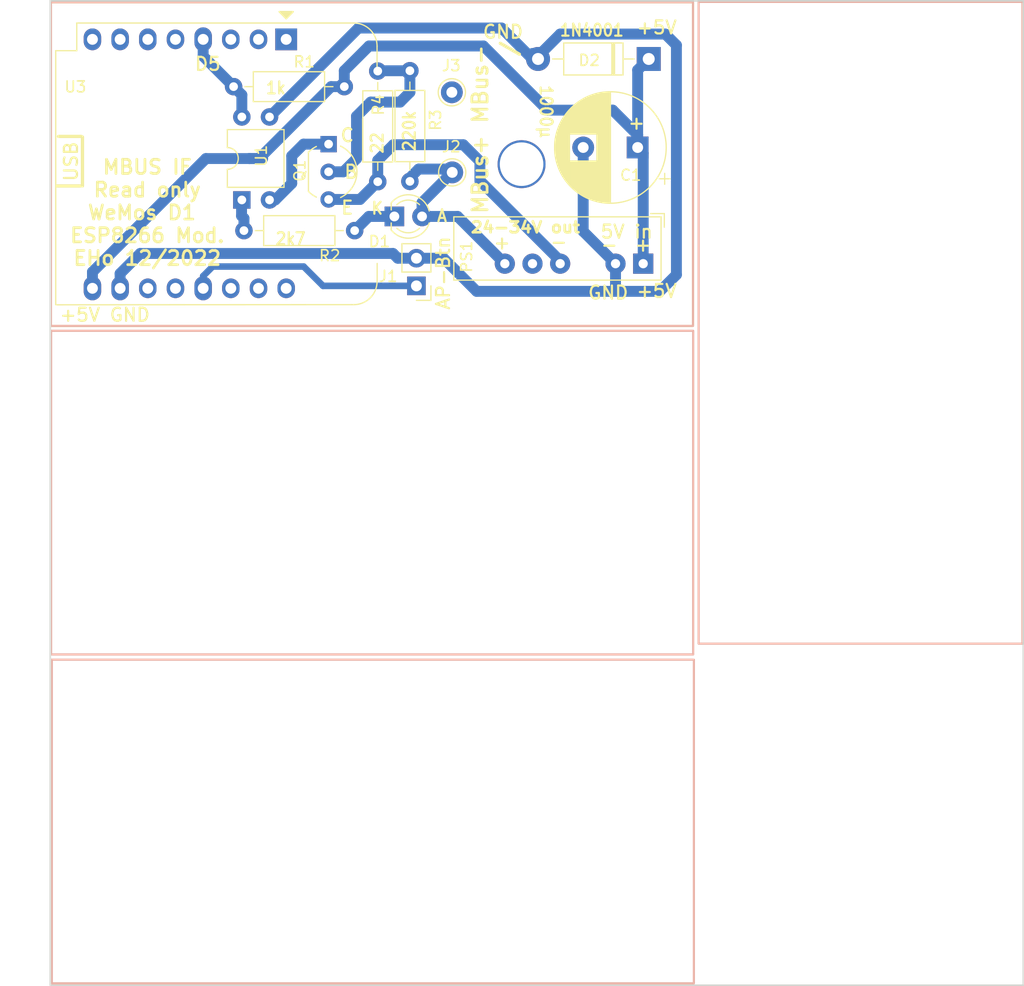
<source format=kicad_pcb>
(kicad_pcb (version 20211014) (generator pcbnew)
  (layers (0 "F.Cu" signal) (31 "B.Cu" signal) (34 "B.Paste" user) (35 "F.Paste" user) (36 "B.SilkS" user "B.Silkscreen") (37 "F.SilkS" user "F.Silkscreen") (38 "B.Mask" user) (39 "F.Mask" user) (44 "Edge.Cuts" user))
  (net 0 "")
  (net 1 "+5V")
  (net 2 "GND1")
  (net 3 "+28V")
  (net 4 "GND2")
  (net 6 "Net-(Q1-Pad1)")
  (net 7 "Net-(J3-Pad1)")
  (net 8 "Net-(R2-Pad2)")
  (net 16 "Net-(J1-Pad1)")
  (net 21 "Net-(D1-Pad1)")
  (net 22 "Net-(R1-Pad2)")
  (footprint "" (layer "F.Cu") (at 186.45 50.3)
    (fp_text reference "" (at 0 0) (layer "F.SilkS") (effects (font (size 1.27 1.27))))
    (fp_text value "" (at 0 0) (layer "F.SilkS") (effects (font (size 1.27 1.27))))
    (pad "1" thru_hole circle (at 0 0) (size 4.4 4.4) (drill 4) (layers *.Cu *.Mask))
  )
  (footprint "Resistor_THT:R_Axial_DIN0207_L6.3mm_D2.5mm_P10.16mm_Horizontal" (layer "F.Cu") (at 176.2 51.88 90)
    (fp_text reference "R3" (at 5.63 2.35 270) (layer "F.SilkS"))
    (fp_text value "220k")
    (fp_line (start 8.35 -1.37) (end 1.81 -1.37) (layer "F.SilkS") (width 0.12))
    (fp_line (start 8.35 1.37) (end 8.35 -1.37) (layer "F.SilkS") (width 0.12))
    (fp_line (start 9.12 0) (end 8.35 0) (layer "F.SilkS") (width 0.12))
    (fp_line (start 1.81 -1.37) (end 1.81 1.37) (layer "F.SilkS") (width 0.12))
    (fp_line (start 1.04 0) (end 1.81 0) (layer "F.SilkS") (width 0.12))
    (fp_line (start 1.81 1.37) (end 8.35 1.37) (layer "F.SilkS") (width 0.12))
    (pad "1" thru_hole circle (at 0 0 90) (size 1.6 1.6) (drill 0.8) (layers *.Cu *.Mask) (net 3 "+28V"))
    (pad "2" thru_hole oval (at 10.16 0 90) (size 1.6 1.6) (drill 0.8) (layers *.Cu *.Mask) (net 7 "Net-(J3-Pad1)"))
  )
  (footprint "Connector_Pin:Pin_D1.0mm_L10.0mm" (layer "F.Cu") (at 180.086 51.054)
    (fp_text reference "J2" (at -0.086 -2.354) (layer "F.SilkS"))
    (fp_text value "Conn_01x01_Male")
    (fp_circle (center 0 0) (end 1.25 0.05) (layer "F.SilkS") (width 0.12) (fill none))
    (pad "1" thru_hole circle (at 0 0) (size 2 2) (drill 1) (layers *.Cu *.Mask) (net 3 "+28V"))
  )
  (footprint "Package_DIP:DIP-4_W7.62mm" (layer "F.Cu") (at 160.777 53.584 90)
    (fp_text reference "U1" (at 4.054 1.783 90) (layer "F.SilkS"))
    (fp_text value "LTV-817")
    (fp_line (start 2.81 -1.33) (end 1.16 -1.33) (layer "F.SilkS") (width 0.12))
    (fp_line (start 6.46 3.87) (end 6.46 -1.33) (layer "F.SilkS") (width 0.12))
    (fp_line (start 1.16 -1.33) (end 1.16 3.87) (layer "F.SilkS") (width 0.12))
    (fp_line (start 6.46 -1.33) (end 4.81 -1.33) (layer "F.SilkS") (width 0.12))
    (fp_line (start 1.16 3.87) (end 6.46 3.87) (layer "F.SilkS") (width 0.12))
    (fp_arc (start 4.81 -1.33) (mid 3.81 -0.33) (end 2.81 -1.33) (layer "F.SilkS") (width 0.12))
    (pad "1" thru_hole rect (at 0 0 90) (size 1.6 1.6) (drill 0.8) (layers *.Cu *.Mask) (net 8 "Net-(R2-Pad2)"))
    (pad "2" thru_hole oval (at 0 2.54 90) (size 1.6 1.6) (drill 0.8) (layers *.Cu *.Mask) (net 6 "Net-(Q1-Pad1)"))
    (pad "3" thru_hole oval (at 7.62 2.54 90) (size 1.6 1.6) (drill 0.8) (layers *.Cu *.Mask) (net 2 "GND1"))
    (pad "4" thru_hole oval (at 7.62 0 90) (size 1.6 1.6) (drill 0.8) (layers *.Cu *.Mask) (net 22 "Net-(R1-Pad2)"))
  )
  (footprint "Connector_Pin:Pin_D1.0mm_L10.0mm" (layer "F.Cu") (at 180.05 43.7)
    (fp_text reference "J3" (at -0.05 -2.45) (layer "F.SilkS"))
    (fp_text value "Conn_01x01_Male")
    (fp_circle (center 0 0) (end 1.25 0.05) (layer "F.SilkS") (width 0.12) (fill none))
    (pad "1" thru_hole circle (at 0 0) (size 2 2) (drill 1) (layers *.Cu *.Mask) (net 7 "Net-(J3-Pad1)"))
  )
  (footprint "Module:WEMOS_D1_mini_light" (layer "F.Cu") (at 164.846 38.839 -90)
    (fp_text reference "U3" (at 4.361 19.346 180) (layer "F.SilkS"))
    (fp_text value "WeMos_D1_mini")
    (fp_line (start 1.04 19.22) (end 1.04 21.15) (layer "F.SilkS") (width 0.12))
    (fp_line (start -1.5 19.22) (end 1.04 19.22) (layer "F.SilkS") (width 0.12))
    (fp_line (start 1.04 21.15) (end 24.36 21.15) (layer "F.SilkS") (width 0.12))
    (fp_line (start 2.98 -8.34) (end 0.63 -8.34) (layer "F.SilkS") (width 0.12))
    (fp_line (start 22.2 -8.35) (end 20.575 -8.35) (layer "F.SilkS") (width 0.12))
    (fp_line (start 24.375 21.125) (end 24.36 -6.21) (layer "F.SilkS") (width 0.12))
    (fp_line (start -1.5 19.22) (end -1.5 -6.21) (layer "F.SilkS") (width 0.12))
    (fp_arc (start 22.23 -8.34) (mid 23.736137 -7.716137) (end 24.36 -6.21) (layer "F.SilkS") (width 0.12))
    (fp_arc (start -1.5 -6.21) (mid -0.876137 -7.716137) (end 0.63 -8.34) (layer "F.SilkS") (width 0.12))
    (fp_poly (pts (xy -2.54 -0.635) (xy -2.54 0.635) (xy -1.905 0)) (layer "F.SilkS") (width 0.15) (fill solid))
    (pad "1" thru_hole rect (at 0 0 270) (size 2 2) (drill 1) (layers *.Cu *.Mask))
    (pad "2" thru_hole oval (at 0 2.54 270) (size 1.8 1.6) (drill 1) (layers *.Cu *.Mask))
    (pad "3" thru_hole oval (at 0 5.08 270) (size 1.8 1.6) (drill 1) (layers *.Cu *.Mask))
    (pad "4" thru_hole oval (at 0 7.62 270) (size 2.2 1.6) (drill 1) (layers *.Cu *.Mask) (net 22 "Net-(R1-Pad2)"))
    (pad "5" thru_hole oval (at 0 10.16 270) (size 1.8 1.6) (drill 1) (layers *.Cu *.Mask))
    (pad "6" thru_hole oval (at 0 12.7 270) (size 2 1.6) (drill 1) (layers *.Cu *.Mask))
    (pad "7" thru_hole oval (at 0 15.24 270) (size 2 1.6) (drill 1) (layers *.Cu *.Mask))
    (pad "8" thru_hole oval (at 0 17.78 270) (size 2 1.6) (drill 1) (layers *.Cu *.Mask))
    (pad "9" thru_hole oval (at 22.86 17.78 270) (size 2.2 1.6) (drill 1) (layers *.Cu *.Mask) (net 1 "+5V"))
    (pad "10" thru_hole oval (at 22.86 15.24 270) (size 2.2 1.6) (drill 1) (layers *.Cu *.Mask) (net 2 "GND1"))
    (pad "11" thru_hole oval (at 22.86 12.7 270) (size 1.8 1.6) (drill 1) (layers *.Cu *.Mask))
    (pad "12" thru_hole oval (at 22.86 10.16 270) (size 1.8 1.6) (drill 1) (layers *.Cu *.Mask))
    (pad "13" thru_hole oval (at 22.86 7.62 270) (size 2.2 1.6) (drill 1) (layers *.Cu *.Mask) (net 16 "Net-(J1-Pad1)"))
    (pad "14" thru_hole oval (at 22.86 5.08 270) (size 1.8 1.6) (drill 1) (layers *.Cu *.Mask))
    (pad "15" thru_hole oval (at 22.86 2.54 270) (size 1.8 1.6) (drill 1) (layers *.Cu *.Mask))
    (pad "16" thru_hole oval (at 22.86 0 270) (size 1.8 1.6) (drill 1) (layers *.Cu *.Mask))
  )
  (footprint "Resistor_THT:R_Axial_DIN0207_L6.3mm_D2.5mm_P10.16mm_Horizontal" (layer "F.Cu") (at 173.25 41.75 -90)
    (fp_text reference "R4" (at 3.1 -0.05 90) (layer "F.SilkS"))
    (fp_text value "22")
    (fp_line (start 1.04 0) (end 1.81 0) (layer "F.SilkS") (width 0.12))
    (fp_line (start 1.81 1.37) (end 8.35 1.37) (layer "F.SilkS") (width 0.12))
    (fp_line (start 1.81 -1.37) (end 1.81 1.37) (layer "F.SilkS") (width 0.12))
    (fp_line (start 9.12 0) (end 8.35 0) (layer "F.SilkS") (width 0.12))
    (fp_line (start 8.35 -1.37) (end 1.81 -1.37) (layer "F.SilkS") (width 0.12))
    (fp_line (start 8.35 1.37) (end 8.35 -1.37) (layer "F.SilkS") (width 0.12))
    (pad "1" thru_hole circle (at 0 0 270) (size 1.6 1.6) (drill 0.8) (layers *.Cu *.Mask) (net 7 "Net-(J3-Pad1)"))
    (pad "2" thru_hole oval (at 10.16 0 270) (size 1.6 1.6) (drill 0.8) (layers *.Cu *.Mask) (net 4 "GND2"))
  )
  (footprint "Converter_DCDC:Converter_DCDC_XP_POWER-IAxxxxS_THT" (layer "F.Cu") (at 197.612 59.436 -90)
    (fp_text reference "PS1" (at -0.636 16.212 -90) (layer "F.SilkS"))
    (fp_text value "IA0515D")
    (fp_line (start 1.51 -1.64) (end -4.3 -1.64) (layer "F.SilkS") (width 0.12))
    (fp_line (start 1.51 17.38) (end 1.51 -1.64) (layer "F.SilkS") (width 0.12))
    (fp_line (start -4.3 17.38) (end 1.51 17.38) (layer "F.SilkS") (width 0.12))
    (fp_line (start -3.35 -1.94) (end -4.6 -1.94) (layer "F.SilkS") (width 0.12))
    (fp_line (start -4.6 -1.94) (end -4.6 -0.69) (layer "F.SilkS") (width 0.12))
    (fp_line (start -4.3 -1.64) (end -4.3 17.38) (layer "F.SilkS") (width 0.12))
    (pad "1" thru_hole rect (at 0 0 270) (size 1.85 1.85) (drill 0.85) (layers *.Cu *.Mask) (net 1 "+5V"))
    (pad "2" thru_hole circle (at 0 2.54 270) (size 1.85 1.85) (drill 0.85) (layers *.Cu *.Mask) (net 2 "GND1"))
    (pad "4" thru_hole circle (at 0 7.62 270) (size 1.85 1.85) (drill 0.85) (layers *.Cu *.Mask) (net 4 "GND2"))
    (pad "5" thru_hole circle (at 0 10.16 270) (size 1.85 1.85) (drill 0.85) (layers *.Cu *.Mask))
    (pad "6" thru_hole circle (at 0 12.7 270) (size 1.85 1.85) (drill 0.85) (layers *.Cu *.Mask) (net 3 "+28V"))
  )
  (footprint "LED_THT:LED_D3.0mm" (layer "F.Cu") (at 174.775 55.1)
    (fp_text reference "D1" (at -1.375 2.3) (layer "F.SilkS"))
    (fp_text value "LED")
    (fp_line (start -0.29 0.6) (end -0.29 1.236) (layer "F.SilkS") (width 0.12))
    (fp_line (start -0.29 -1.236) (end -0.29 -0.6) (layer "F.SilkS") (width 0.12))
    (fp_arc (start 3.2 0.6) (mid 1.645706 1.96504) (end -0.29 1.235516) (layer "F.SilkS") (width 0.12))
    (fp_arc (start 2.31113 1.079837) (mid 1.270117 1.5) (end 0.229039 1.08) (layer "F.SilkS") (width 0.12))
    (fp_arc (start -0.29 -1.235516) (mid 1.682672 -1.948052) (end 3.2 -0.5) (layer "F.SilkS") (width 0.12))
    (fp_arc (start 0.229039 -1.08) (mid 1.270117 -1.5) (end 2.31113 -1.079837) (layer "F.SilkS") (width 0.12))
    (pad "1" thru_hole rect (at 0 0) (size 1.8 1.8) (drill 0.9) (layers *.Cu *.Mask) (net 21 "Net-(D1-Pad1)"))
    (pad "2" thru_hole circle (at 2.54 0) (size 1.8 1.8) (drill 0.9) (layers *.Cu *.Mask) (net 3 "+28V"))
  )
  (footprint "Resistor_THT:R_Axial_DIN0207_L6.3mm_D2.5mm_P10.16mm_Horizontal" (layer "F.Cu") (at 170.18 43.18 180)
    (fp_text reference "R1" (at 3.68 2.28) (layer "F.SilkS"))
    (fp_text value "1k")
    (fp_line (start 8.35 -1.37) (end 1.81 -1.37) (layer "F.SilkS") (width 0.12))
    (fp_line (start 1.04 0) (end 1.81 0) (layer "F.SilkS") (width 0.12))
    (fp_line (start 1.81 1.37) (end 8.35 1.37) (layer "F.SilkS") (width 0.12))
    (fp_line (start 8.35 1.37) (end 8.35 -1.37) (layer "F.SilkS") (width 0.12))
    (fp_line (start 9.12 0) (end 8.35 0) (layer "F.SilkS") (width 0.12))
    (fp_line (start 1.81 -1.37) (end 1.81 1.37) (layer "F.SilkS") (width 0.12))
    (pad "1" thru_hole circle (at 0 0 180) (size 1.6 1.6) (drill 0.8) (layers *.Cu *.Mask) (net 1 "+5V"))
    (pad "2" thru_hole oval (at 10.16 0 180) (size 1.6 1.6) (drill 0.8) (layers *.Cu *.Mask) (net 22 "Net-(R1-Pad2)"))
  )
  (footprint "Resistor_THT:R_Axial_DIN0207_L6.3mm_D2.5mm_P10.16mm_Horizontal" (layer "F.Cu") (at 171.13 56.4 180)
    (fp_text reference "R2" (at 2.288 -2.296) (layer "F.SilkS"))
    (fp_text value "2k7")
    (fp_line (start 1.81 1.37) (end 8.35 1.37) (layer "F.SilkS") (width 0.12))
    (fp_line (start 8.35 1.37) (end 8.35 -1.37) (layer "F.SilkS") (width 0.12))
    (fp_line (start 9.12 0) (end 8.35 0) (layer "F.SilkS") (width 0.12))
    (fp_line (start 1.04 0) (end 1.81 0) (layer "F.SilkS") (width 0.12))
    (fp_line (start 8.35 -1.37) (end 1.81 -1.37) (layer "F.SilkS") (width 0.12))
    (fp_line (start 1.81 -1.37) (end 1.81 1.37) (layer "F.SilkS") (width 0.12))
    (pad "1" thru_hole circle (at 0 0 180) (size 1.6 1.6) (drill 0.8) (layers *.Cu *.Mask) (net 21 "Net-(D1-Pad1)"))
    (pad "2" thru_hole oval (at 10.16 0 180) (size 1.6 1.6) (drill 0.8) (layers *.Cu *.Mask) (net 8 "Net-(R2-Pad2)"))
  )
  (footprint "Capacitor_THT:CP_Radial_D10.0mm_P5.00mm" (layer "F.Cu") (at 197.104 48.768 180)
    (fp_text reference "C1" (at 0.635 -2.54) (layer "F.SilkS"))
    (fp_text value "1000µ")
    (fp_line (start 6.621 -3) (end 6.621 3) (layer "F.SilkS") (width 0.12))
    (fp_line (start 3.18 -5.035) (end 3.18 5.035) (layer "F.SilkS") (width 0.12))
    (fp_line (start 5.461 -4.138) (end 5.461 -1.241) (layer "F.SilkS") (width 0.12))
    (fp_line (start 3.581 -4.965) (end 3.581 4.965) (layer "F.SilkS") (width 0.12))
    (fp_line (start 3.821 -4.907) (end 3.821 -1.241) (layer "F.SilkS") (width 0.12))
    (fp_line (start 4.221 -4.783) (end 4.221 -1.241) (layer "F.SilkS") (width 0.12))
    (fp_line (start 5.981 1.241) (end 5.981 3.716) (layer "F.SilkS") (width 0.12))
    (fp_line (start 4.181 -4.797) (end 4.181 -1.241) (layer "F.SilkS") (width 0.12))
    (fp_line (start 5.261 1.241) (end 5.261 4.273) (layer "F.SilkS") (width 0.12))
    (fp_line (start 4.661 1.241) (end 4.661 4.603) (layer "F.SilkS") (width 0.12))
    (fp_line (start 4.941 -4.462) (end 4.941 -1.241) (layer "F.SilkS") (width 0.12))
    (fp_line (start 6.301 -3.392) (end 6.301 3.392) (layer "F.SilkS") (width 0.12))
    (fp_line (start 4.221 1.241) (end 4.221 4.783) (layer "F.SilkS") (width 0.12))
    (fp_line (start 4.541 1.241) (end 4.541 4.657) (layer "F.SilkS") (width 0.12))
    (fp_line (start 7.461 -1.23) (end 7.461 1.23) (layer "F.SilkS") (width 0.12))
    (fp_line (start 4.541 -4.657) (end 4.541 -1.241) (layer "F.SilkS") (width 0.12))
    (fp_line (start 3.06 -5.05) (end 3.06 5.05) (layer "F.SilkS") (width 0.12))
    (fp_line (start 7.021 -2.365) (end 7.021 2.365) (layer "F.SilkS") (width 0.12))
    (fp_line (start 5.141 1.241) (end 5.141 4.347) (layer "F.SilkS") (width 0.12))
    (fp_line (start 3.941 -4.874) (end 3.941 -1.241) (layer "F.SilkS") (width 0.12))
    (fp_line (start 2.9 -5.065) (end 2.9 5.065) (layer "F.SilkS") (width 0.12))
    (fp_line (start 2.66 -5.078) (end 2.66 5.078) (layer "F.SilkS") (width 0.12))
    (fp_line (start 5.181 -4.323) (end 5.181 -1.241) (layer "F.SilkS") (width 0.12))
    (fp_line (start 5.221 1.241) (end 5.221 4.298) (layer "F.SilkS") (width 0.12))
    (fp_line (start 3.381 -5.004) (end 3.381 5.004) (layer "F.SilkS") (width 0.12))
    (fp_line (start 4.261 1.241) (end 4.261 4.768) (layer "F.SilkS") (width 0.12))
    (fp_line (start 6.101 1.241) (end 6.101 3.601) (layer "F.SilkS") (width 0.12))
    (fp_line (start 4.621 -4.621) (end 4.621 -1.241) (layer "F.SilkS") (width 0.12))
    (fp_line (start 6.101 -3.601) (end 6.101 -1.241) (layer "F.SilkS") (width 0.12))
    (fp_line (start 3.261 -5.024) (end 3.261 5.024) (layer "F.SilkS") (width 0.12))
    (fp_line (start 5.341 1.241) (end 5.341 4.221) (layer "F.SilkS") (width 0.12))
    (fp_line (start 5.501 -4.11) (end 5.501 -1.241) (layer "F.SilkS") (width 0.12))
    (fp_line (start 4.901 -4.483) (end 4.901 -1.241) (layer "F.SilkS") (width 0.12))
    (fp_line (start 6.701 -2.889) (end 6.701 2.889) (layer "F.SilkS") (width 0.12))
    (fp_line (start 6.741 -2.83) (end 6.741 2.83) (layer "F.SilkS") (width 0.12))
    (fp_line (start 6.421 -3.254) (end 6.421 3.254) (layer "F.SilkS") (width 0.12))
    (fp_line (start 2.94 -5.062) (end 2.94 5.062) (layer "F.SilkS") (width 0.12))
    (fp_line (start -2.479646 -3.375) (end -2.479646 -2.375) (layer "F.SilkS") (width 0.12))
    (fp_line (start 5.501 1.241) (end 5.501 4.11) (layer "F.SilkS") (width 0.12))
    (fp_line (start 3.981 1.241) (end 3.981 4.862) (layer "F.SilkS") (width 0.12))
    (fp_line (start 5.981 -3.716) (end 5.981 -1.241) (layer "F.SilkS") (width 0.12))
    (fp_line (start 2.5 -5.08) (end 2.5 5.08) (layer "F.SilkS") (width 0.12))
    (fp_line (start 5.381 1.241) (end 5.381 4.194) (layer "F.SilkS") (width 0.12))
    (fp_line (start 5.021 -4.417) (end 5.021 -1.241) (layer "F.SilkS") (width 0.12))
    (fp_line (start 5.701 -3.957) (end 5.701 -1.241) (layer "F.SilkS") (width 0.12))
    (fp_line (start 4.901 1.241) (end 4.901 4.483) (layer "F.SilkS") (width 0.12))
    (fp_line (start 4.661 -4.603) (end 4.661 -1.241) (layer "F.SilkS") (width 0.12))
    (fp_line (start -2.979646 -2.875) (end -1.979646 -2.875) (layer "F.SilkS") (width 0.12))
    (fp_line (start 4.301 1.241) (end 4.301 4.754) (layer "F.SilkS") (width 0.12))
    (fp_line (start 5.941 -3.753) (end 5.941 -1.241) (layer "F.SilkS") (width 0.12))
    (fp_line (start 4.021 -4.85) (end 4.021 -1.241) (layer "F.SilkS") (width 0.12))
    (fp_line (start 7.101 -2.209) (end 7.101 2.209) (layer "F.SilkS") (width 0.12))
    (fp_line (start 7.301 -1.742) (end 7.301 1.742) (layer "F.SilkS") (width 0.12))
    (fp_line (start 5.661 1.241) (end 5.661 3.989) (layer "F.SilkS") (width 0.12))
    (fp_line (start 5.701 1.241) (end 5.701 3.957) (layer "F.SilkS") (width 0.12))
    (fp_line (start 5.101 -4.371) (end 5.101 -1.241) (layer "F.SilkS") (width 0.12))
    (fp_line (start 4.741 1.241) (end 4.741 4.564) (layer "F.SilkS") (width 0.12))
    (fp_line (start 4.501 1.241) (end 4.501 4.674) (layer "F.SilkS") (width 0.12))
    (fp_line (start 7.541 -0.862) (end 7.541 0.862) (layer "F.SilkS") (width 0.12))
    (fp_line (start 5.621 1.241) (end 5.621 4.02) (layer "F.SilkS") (width 0.12))
    (fp_line (start 3.301 -5.018) (end 3.301 5.018) (layer "F.SilkS") (width 0.12))
    (fp_line (start 4.781 -4.545) (end 4.781 -1.241) (layer "F.SilkS") (width 0.12))
    (fp_line (start 7.501 -1.062) (end 7.501 1.062) (layer "F.SilkS") (width 0.12))
    (fp_line (start 5.821 -3.858) (end 5.821 -1.241) (layer "F.SilkS") (width 0.12))
    (fp_line (start 5.461 1.241) (end 5.461 4.138) (layer "F.SilkS") (width 0.12))
    (fp_line (start 4.381 -4.723) (end 4.381 -1.241) (layer "F.SilkS") (width 0.12))
    (fp_line (start 4.461 1.241) (end 4.461 4.69) (layer "F.SilkS") (width 0.12))
    (fp_line (start 4.581 1.241) (end 4.581 4.639) (layer "F.SilkS") (width 0.12))
    (fp_line (start 2.7 -5.077) (end 2.7 5.077) (layer "F.SilkS") (width 0.12))
    (fp_line (start 4.941 1.241) (end 4.941 4.462) (layer "F.SilkS") (width 0.12))
    (fp_line (start 4.421 -4.707) (end 4.421 -1.241) (layer "F.SilkS") (width 0.12))
    (fp_line (start 7.141 -2.125) (end 7.141 2.125) (layer "F.SilkS") (width 0.12))
    (fp_line (start 5.301 -4.247) (end 5.301 -1.241) (layer "F.SilkS") (width 0.12))
    (fp_line (start 3.901 -4.885) (end 3.901 -1.241) (layer "F.SilkS") (width 0.12))
    (fp_line (start 3.741 -4.928) (end 3.741 4.928) (layer "F.SilkS") (width 0.12))
    (fp_line (start 5.781 1.241) (end 5.781 3.892) (layer "F.SilkS") (width 0.12))
    (fp_line (start 3.861 -4.897) (end 3.861 -1.241) (layer "F.SilkS") (width 0.12))
    (fp_line (start 6.581 -3.054) (end 6.581 3.054) (layer "F.SilkS") (width 0.12))
    (fp_line (start 5.661 -3.989) (end 5.661 -1.241) (layer "F.SilkS") (width 0.12))
    (fp_line (start 4.581 -4.639) (end 4.581 -1.241) (layer "F.SilkS") (width 0.12))
    (fp_line (start 4.981 -4.44) (end 4.981 -1.241) (layer "F.SilkS") (width 0.12))
    (fp_line (start 3.341 -5.011) (end 3.341 5.011) (layer "F.SilkS") (width 0.12))
    (fp_line (start 4.061 1.241) (end 4.061 4.837) (layer "F.SilkS") (width 0.12))
    (fp_line (start 2.82 -5.07) (end 2.82 5.07) (layer "F.SilkS") (width 0.12))
    (fp_line (start 4.461 -4.69) (end 4.461 -1.241) (layer "F.SilkS") (width 0.12))
    (fp_line (start 4.781 1.241) (end 4.781 4.545) (layer "F.SilkS") (width 0.12))
    (fp_line (start 5.021 1.241) (end 5.021 4.417) (layer "F.SilkS") (width 0.12))
    (fp_line (start 6.901 -2.579) (end 6.901 2.579) (layer "F.SilkS") (width 0.12))
    (fp_line (start 5.341 -4.221) (end 5.341 -1.241) (layer "F.SilkS") (width 0.12))
    (fp_line (start 6.341 -3.347) (end 6.341 3.347) (layer "F.SilkS") (width 0.12))
    (fp_line (start 3.861 1.241) (end 3.861 4.897) (layer "F.SilkS") (width 0.12))
    (fp_line (start 3.781 1.241) (end 3.781 4.918) (layer "F.SilkS") (width 0.12))
    (fp_line (start 5.581 -4.05) (end 5.581 -1.241) (layer "F.SilkS") (width 0.12))
    (fp_line (start 3.621 -4.956) (end 3.621 4.956) (layer "F.SilkS") (width 0.12))
    (fp_line (start 4.621 1.241) (end 4.621 4.621) (layer "F.SilkS") (width 0.12))
    (fp_line (start 4.421 1.241) (end 4.421 4.707) (layer "F.SilkS") (width 0.12))
    (fp_line (start 3.781 -4.918) (end 3.781 -1.241) (layer "F.SilkS") (width 0.12))
    (fp_line (start 4.021 1.241) (end 4.021 4.85) (layer "F.SilkS") (width 0.12))
    (fp_line (start 6.181 -3.52) (end 6.181 -1.241) (layer "F.SilkS") (width 0.12))
    (fp_line (start 4.261 -4.768) (end 4.261 -1.241) (layer "F.SilkS") (width 0.12))
    (fp_line (start 5.781 -3.892) (end 5.781 -1.241) (layer "F.SilkS") (width 0.12))
    (fp_line (start 7.421 -1.378) (end 7.421 1.378) (layer "F.SilkS") (width 0.12))
    (fp_line (start 3.221 -5.03) (end 3.221 5.03) (layer "F.SilkS") (width 0.12))
    (fp_line (start 7.261 -1.846) (end 7.261 1.846) (layer "F.SilkS") (width 0.12))
    (fp_line (start 4.501 -4.674) (end 4.501 -1.241) (layer "F.SilkS") (width 0.12))
    (fp_line (start 4.381 1.241) (end 4.381 4.723) (layer "F.SilkS") (width 0.12))
    (fp_line (start 3.821 1.241) (end 3.821 4.907) (layer "F.SilkS") (width 0.12))
    (fp_line (start 5.861 -3.824) (end 5.861 -1.241) (layer "F.SilkS") (width 0.12))
    (fp_line (start 6.061 -3.64) (end 6.061 -1.241) (layer "F.SilkS") (width 0.12))
    (fp_line (start 4.101 1.241) (end 4.101 4.824) (layer "F.SilkS") (width 0.12))
    (fp_line (start 2.78 -5.073) (end 2.78 5.073) (layer "F.SilkS") (width 0.12))
    (fp_line (start 6.021 -3.679) (end 6.021 -1.241) (layer "F.SilkS") (width 0.12))
    (fp_line (start 6.221 -3.478) (end 6.221 -1.241) (layer "F.SilkS") (width 0.12))
    (fp_line (start 2.58 -5.08) (end 2.58 5.08) (layer "F.SilkS") (width 0.12))
    (fp_line (start 5.221 -4.298) (end 5.221 -1.241) (layer "F.SilkS") (width 0.12))
    (fp_line (start 5.421 1.241) (end 5.421 4.166) (layer "F.SilkS") (width 0.12))
    (fp_line (start 4.341 1.241) (end 4.341 4.738) (layer "F.SilkS") (width 0.12))
    (fp_line (start 6.141 1.241) (end 6.141 3.561) (layer "F.SilkS") (width 0.12))
    (fp_line (start 3.501 -4.982) (end 3.501 4.982) (layer "F.SilkS") (width 0.12))
    (fp_line (start 3.541 -4.974) (end 3.541 4.974) (layer "F.SilkS") (width 0.12))
    (fp_line (start 4.861 -4.504) (end 4.861 -1.241) (layer "F.SilkS") (width 0.12))
    (fp_line (start 6.501 -3.156) (end 6.501 3.156) (layer "F.SilkS") (width 0.12))
    (fp_line (start 6.861 -2.645) (end 6.861 2.645) (layer "F.SilkS") (width 0.12))
    (fp_line (start 2.98 -5.058) (end 2.98 5.058) (layer "F.SilkS") (width 0.12))
    (fp_line (start 5.261 -4.273) (end 5.261 -1.241) (layer "F.SilkS") (width 0.12))
    (fp_line (start 4.061 -4.837) (end 4.061 -1.241) (layer "F.SilkS") (width 0.12))
    (fp_line (start 3.901 1.241) (end 3.901 4.885) (layer "F.SilkS") (width 0.12))
    (fp_line (start 3.981 -4.862) (end 3.981 -1.241) (layer "F.SilkS") (width 0.12))
    (fp_line (start 4.981 1.241) (end 4.981 4.44) (layer "F.SilkS") (width 0.12))
    (fp_line (start 5.821 1.241) (end 5.821 3.858) (layer "F.SilkS") (width 0.12))
    (fp_line (start 3.14 -5.04) (end 3.14 5.04) (layer "F.SilkS") (width 0.12))
    (fp_line (start 5.901 1.241) (end 5.901 3.789) (layer "F.SilkS") (width 0.12))
    (fp_line (start 2.74 -5.075) (end 2.74 5.075) (layer "F.SilkS") (width 0.12))
    (fp_line (start 5.181 1.241) (end 5.181 4.323) (layer "F.SilkS") (width 0.12))
    (fp_line (start 4.861 1.241) (end 4.861 4.504) (layer "F.SilkS") (width 0.12))
    (fp_line (start 5.301 1.241) (end 5.301 4.247) (layer "F.SilkS") (width 0.12))
    (fp_line (start 4.701 -4.584) (end 4.701 -1.241) (layer "F.SilkS") (width 0.12))
    (fp_line (start 6.261 -3.436) (end 6.261 3.436) (layer "F.SilkS") (width 0.12))
    (fp_line (start 4.821 -4.525) (end 4.821 -1.241) (layer "F.SilkS") (width 0.12))
    (fp_line (start 5.901 -3.789) (end 5.901 -1.241) (layer "F.SilkS") (width 0.12))
    (fp_line (start 7.221 -1.944) (end 7.221 1.944) (layer "F.SilkS") (width 0.12))
    (fp_line (start 5.741 1.241) (end 5.741 3.925) (layer "F.SilkS") (width 0.12))
    (fp_line (start 5.941 1.241) (end 5.941 3.753) (layer "F.SilkS") (width 0.12))
    (fp_line (start 2.54 -5.08) (end 2.54 5.08) (layer "F.SilkS") (width 0.12))
    (fp_line (start 5.101 1.241) (end 5.101 4.371) (layer "F.SilkS") (width 0.12))
    (fp_line (start 6.461 -3.206) (end 6.461 3.206) (layer "F.SilkS") (width 0.12))
    (fp_line (start 6.141 -3.561) (end 6.141 -1.241) (layer "F.SilkS") (width 0.12))
    (fp_line (start 4.141 1.241) (end 4.141 4.811) (layer "F.SilkS") (width 0.12))
    (fp_line (start 7.341 -1.63) (end 7.341 1.63) (layer "F.SilkS") (width 0.12))
    (fp_line (start 5.421 -4.166) (end 5.421 -1.241) (layer "F.SilkS") (width 0.12))
    (fp_line (start 6.821 -2.709) (end 6.821 2.709) (layer "F.SilkS") (width 0.12))
    (fp_line (start 5.061 1.241) (end 5.061 4.395) (layer "F.SilkS") (width 0.12))
    (fp_line (start 7.381 -1.51) (end 7.381 1.51) (layer "F.SilkS") (width 0.12))
    (fp_line (start 3.701 -4.938) (end 3.701 4.938) (layer "F.SilkS") (width 0.12))
    (fp_line (start 6.981 -2.439) (end 6.981 2.439) (layer "F.SilkS") (width 0.12))
    (fp_line (start 5.381 -4.194) (end 5.381 -1.241) (layer "F.SilkS") (width 0.12))
    (fp_line (start 5.061 -4.395) (end 5.061 -1.241) (layer "F.SilkS") (width 0.12))
    (fp_line (start 7.581 -0.599) (end 7.581 0.599) (layer "F.SilkS") (width 0.12))
    (fp_line (start 4.821 1.241) (end 4.821 4.525) (layer "F.SilkS") (width 0.12))
    (fp_line (start 7.061 -2.289) (end 7.061 2.289) (layer "F.SilkS") (width 0.12))
    (fp_line (start 2.86 -5.068) (end 2.86 5.068) (layer "F.SilkS") (width 0.12))
    (fp_line (start 3.02 -5.054) (end 3.02 5.054) (layer "F.SilkS") (width 0.12))
    (fp_line (start 2.62 -5.079) (end 2.62 5.079) (layer "F.SilkS") (width 0.12))
    (fp_line (start 5.541 -4.08) (end 5.541 -1.241) (layer "F.SilkS") (width 0.12))
    (fp_line (start 4.341 -4.738) (end 4.341 -1.241) (layer "F.SilkS") (width 0.12))
    (fp_line (start 4.141 -4.811) (end 4.141 -1.241) (layer "F.SilkS") (width 0.12))
    (fp_line (start 4.101 -4.824) (end 4.101 -1.241) (layer "F.SilkS") (width 0.12))
    (fp_line (start 4.181 1.241) (end 4.181 4.797) (layer "F.SilkS") (width 0.12))
    (fp_line (start 6.541 -3.106) (end 6.541 3.106) (layer "F.SilkS") (width 0.12))
    (fp_line (start 6.021 1.241) (end 6.021 3.679) (layer "F.SilkS") (width 0.12))
    (fp_line (start 4.301 -4.754) (end 4.301 -1.241) (layer "F.SilkS") (width 0.12))
    (fp_line (start 5.861 1.241) (end 5.861 3.824) (layer "F.SilkS") (width 0.12))
    (fp_line (start 6.941 -2.51) (end 6.941 2.51) (layer "F.SilkS") (width 0.12))
    (fp_line (start 5.741 -3.925) (end 5.741 -1.241) (layer "F.SilkS") (width 0.12))
    (fp_line (start 7.181 -2.037) (end 7.181 2.037) (layer "F.SilkS") (width 0.12))
    (fp_line (start 6.661 -2.945) (end 6.661 2.945) (layer "F.SilkS") (width 0.12))
    (fp_line (start 4.701 1.241) (end 4.701 4.584) (layer "F.SilkS") (width 0.12))
    (fp_line (start 6.221 1.241) (end 6.221 3.478) (layer "F.SilkS") (width 0.12))
    (fp_line (start 6.381 -3.301) (end 6.381 3.301) (layer "F.SilkS") (width 0.12))
    (fp_line (start 5.541 1.241) (end 5.541 4.08) (layer "F.SilkS") (width 0.12))
    (fp_line (start 5.581 1.241) (end 5.581 4.05) (layer "F.SilkS") (width 0.12))
    (fp_line (start 6.781 -2.77) (end 6.781 2.77) (layer "F.SilkS") (width 0.12))
    (fp_line (start 3.461 -4.99) (end 3.461 4.99) (layer "F.SilkS") (width 0.12))
    (fp_line (start 4.741 -4.564) (end 4.741 -1.241) (layer "F.SilkS") (width 0.12))
    (fp_line (start 3.661 -4.947) (end 3.661 4.947) (layer "F.SilkS") (width 0.12))
    (fp_line (start 3.1 -5.045) (end 3.1 5.045) (layer "F.SilkS") (width 0.12))
    (fp_line (start 3.421 -4.997) (end 3.421 4.997) (layer "F.SilkS") (width 0.12))
    (fp_line (start 5.621 -4.02) (end 5.621 -1.241) (layer "F.SilkS") (width 0.12))
    (fp_line (start 5.141 -4.347) (end 5.141 -1.241) (layer "F.SilkS") (width 0.12))
    (fp_line (start 3.941 1.241) (end 3.941 4.874) (layer "F.SilkS") (width 0.12))
    (fp_line (start 6.061 1.241) (end 6.061 3.64) (layer "F.SilkS") (width 0.12))
    (fp_line (start 6.181 1.241) (end 6.181 3.52) (layer "F.SilkS") (width 0.12))
    (fp_circle (center 2.5 0) (end 7.62 0) (layer "F.SilkS") (width 0.12) (fill none))
    (pad "1" thru_hole rect (at 0 0 180) (size 2 2) (drill 1) (layers *.Cu *.Mask) (net 1 "+5V"))
    (pad "2" thru_hole circle (at 5 0 180) (size 2 2) (drill 1) (layers *.Cu *.Mask) (net 2 "GND1"))
  )
  (footprint "Package_TO_SOT_THT:TO-92_Inline_Wide" (layer "F.Cu") (at 168.74 48.46 -90)
    (fp_text reference "Q1" (at 2.44 2.64 90) (layer "F.SilkS"))
    (fp_text value "BC337")
    (fp_line (start 0.74 1.85) (end 4.34 1.85) (layer "F.SilkS") (width 0.12))
    (fp_arc (start 0.74 1.85) (mid 0.446097 1.509328) (end 0.215816 1.122795) (layer "F.SilkS") (width 0.12))
    (fp_arc (start 4.864184 1.122795) (mid 4.633903 1.509328) (end 4.34 1.85) (layer "F.SilkS") (width 0.12))
    (fp_arc (start 0.1836 -1.098807) (mid 1.143021 -2.192817) (end 2.54 -2.6) (layer "F.SilkS") (width 0.12))
    (fp_arc (start 2.54 -2.6) (mid 3.936979 -2.192818) (end 4.8964 -1.098807) (layer "F.SilkS") (width 0.12))
    (pad "1" thru_hole rect (at 0 0 270) (size 1.5 1.5) (drill 0.8) (layers *.Cu *.Mask) (net 6 "Net-(Q1-Pad1)"))
    (pad "2" thru_hole circle (at 2.54 0 270) (size 1.5 1.5) (drill 0.8) (layers *.Cu *.Mask) (net 7 "Net-(J3-Pad1)"))
    (pad "3" thru_hole circle (at 5.08 0 270) (size 1.5 1.5) (drill 0.8) (layers *.Cu *.Mask) (net 4 "GND2"))
  )
  (footprint "Diode_THT:D_DO-41_SOD81_P10.16mm_Horizontal" (layer "F.Cu") (at 198.12 40.64 180)
    (fp_text reference "D2" (at 5.461 -0.127) (layer "F.SilkS"))
    (fp_text value "1N4001")
    (fp_line (start 3.38 -1.47) (end 3.38 1.47) (layer "F.SilkS") (width 0.12))
    (fp_line (start 2.36 1.47) (end 7.8 1.47) (layer "F.SilkS") (width 0.12))
    (fp_line (start 2.36 -1.47) (end 2.36 1.47) (layer "F.SilkS") (width 0.12))
    (fp_line (start 7.8 -1.47) (end 2.36 -1.47) (layer "F.SilkS") (width 0.12))
    (fp_line (start 3.26 -1.47) (end 3.26 1.47) (layer "F.SilkS") (width 0.12))
    (fp_line (start 7.8 1.47) (end 7.8 -1.47) (layer "F.SilkS") (width 0.12))
    (fp_line (start 3.14 -1.47) (end 3.14 1.47) (layer "F.SilkS") (width 0.12))
    (fp_line (start 8.82 0) (end 7.8 0) (layer "F.SilkS") (width 0.12))
    (fp_line (start 1.34 0) (end 2.36 0) (layer "F.SilkS") (width 0.12))
    (pad "1" thru_hole rect (at 0 0 180) (size 2.2 2.2) (drill 1.1) (layers *.Cu *.Mask) (net 1 "+5V"))
    (pad "2" thru_hole oval (at 10.16 0 180) (size 2.2 2.2) (drill 1.1) (layers *.Cu *.Mask) (net 2 "GND1"))
  )
  (footprint "Connector_PinHeader_2.54mm:PinHeader_1x02_P2.54mm_Vertical" (layer "F.Cu") (at 176.8 61.475 180)
    (fp_text reference "J1" (at 2.6 0.875) (layer "F.SilkS"))
    (fp_text value "AP-Mode")
    (fp_line (start -1.33 3.87) (end 1.33 3.87) (layer "F.SilkS") (width 0.12))
    (fp_line (start -1.33 1.27) (end -1.33 3.87) (layer "F.SilkS") (width 0.12))
    (fp_line (start -1.33 -1.33) (end 0 -1.33) (layer "F.SilkS") (width 0.12))
    (fp_line (start -1.33 0) (end -1.33 -1.33) (layer "F.SilkS") (width 0.12))
    (fp_line (start 1.33 1.27) (end 1.33 3.87) (layer "F.SilkS") (width 0.12))
    (fp_line (start -1.33 1.27) (end 1.33 1.27) (layer "F.SilkS") (width 0.12))
    (pad "1" thru_hole rect (at 0 0 180) (size 1.7 1.7) (drill 1) (layers *.Cu *.Mask) (net 16 "Net-(J1-Pad1)"))
    (pad "2" thru_hole oval (at 0 2.54 180) (size 1.7 1.7) (drill 1) (layers *.Cu *.Mask) (net 2 "GND1"))
  )
  (gr_rect (start 143.256 35.433) (end 202.184 65.151) (layer "B.SilkS") (width 0.2) (fill none))
  (gr_rect (start 143.336 95.8) (end 202.264 125.518) (layer "B.SilkS") (width 0.2) (fill none))
  (gr_rect (start 202.7 94.328) (end 232.418 35.4) (layer "B.SilkS") (width 0.2) (fill none))
  (gr_rect (start 143.272 65.6) (end 202.2 95.318) (layer "B.SilkS") (width 0.2) (fill none))
  (gr_line (start 184.5 39.2) (end 186.25 40.2) (layer "F.SilkS") (width 0.3))
  (gr_line (start 146.15 47.8) (end 146.15 52.3) (layer "F.SilkS") (width 0.3))
  (gr_rect (start 143.256 35.433) (end 202.184 65.151) (layer "F.SilkS") (width 0.2) (fill none))
  (gr_line (start 143.95 47.75) (end 146.05 47.75) (layer "F.SilkS") (width 0.3))
  (gr_line (start 143.85 52.3) (end 145.95 52.3) (layer "F.SilkS") (width 0.3))
  (gr_rect (start 143.2 35.3) (end 232.5 125.7) (layer "Edge.Cuts") (width 0.15) (fill none))
  (gr_text "+" (at 184.658 57.5) (layer "F.SilkS") (effects (font (size 1.2 1.2) (thickness 0.2))))
  (gr_text "+" (at 197 46.5) (layer "F.SilkS") (effects (font (size 1.2 1.2) (thickness 0.2))))
  (gr_text "1k" (at 163.9 43.3) (layer "F.SilkS") (effects (font (size 1.1 1) (thickness 0.2))))
  (gr_text "GND" (at 194.4 62.1) (layer "F.SilkS") (effects (font (size 1.2 1.2) (thickness 0.2))))
  (gr_text "+" (at 197.6 57.7) (layer "F.SilkS") (effects (font (size 1.2 1.2) (thickness 0.2))))
  (gr_text "5V in" (at 196.1 56.5) (layer "F.SilkS") (effects (font (size 1.2 1.2) (thickness 0.2))))
  (gr_text "1N4001" (at 192.9 38) (layer "F.SilkS") (effects (font (size 1.1 1) (thickness 0.2))))
  (gr_text "AP-Btn" (at 179.25 60.3 90) (layer "F.SilkS") (effects (font (size 1.2 1.2) (thickness 0.2))))
  (gr_text "K" (at 173.2 54.35) (layer "F.SilkS") (effects (font (size 1.1 1) (thickness 0.2))))
  (gr_text "-" (at 194.5 57.7) (layer "F.SilkS") (effects (font (size 1.2 1.2) (thickness 0.2))))
  (gr_text "1000µ" (at 188.7 45.5 270) (layer "F.SilkS") (effects (font (size 1.1 1) (thickness 0.2))))
  (gr_text "D5" (at 157.65 41.1) (layer "F.SilkS") (effects (font (size 1.2 1.2) (thickness 0.2))))
  (gr_text "C" (at 170.45 47.65) (layer "F.SilkS") (effects (font (size 1.2 1.2) (thickness 0.2))))
  (gr_text "+5V" (at 145.923 64.135) (layer "F.SilkS") (effects (font (size 1.2 1.2) (thickness 0.2))))
  (gr_text "MBUS IF\nRead only\nWeMos D1 \nESP8266 Mod.\nEHo 12/2022" (at 152.1 54.75) (layer "F.SilkS") (effects (font (size 1.3 1.3) (thickness 0.25))))
  (gr_text "+5V" (at 198.85 61.95) (layer "F.SilkS") (effects (font (size 1.2 1.2) (thickness 0.2))))
  (gr_text "+5V" (at 198.85 37.75) (layer "F.SilkS") (effects (font (size 1.2 1.2) (thickness 0.2))))
  (gr_text "B" (at 170.8 51) (layer "F.SilkS") (effects (font (size 1.2 1.2) (thickness 0.2))))
  (gr_text "24-34V out\n" (at 186.8 56.1) (layer "F.SilkS") (effects (font (size 1 1.1) (thickness 0.25))))
  (gr_text "USB" (at 145.1 50.05 90) (layer "F.SilkS") (effects (font (size 1.2 1.2) (thickness 0.2))))
  (gr_text "2k7" (at 165.25 57.15) (layer "F.SilkS") (effects (font (size 1.1 1) (thickness 0.2))))
  (gr_text "-" (at 189.865 57.431) (layer "F.SilkS") (effects (font (size 1.2 1.2) (thickness 0.2))))
  (gr_text "220k" (at 176.15 47.25 90) (layer "F.SilkS") (effects (font (size 1.1 1) (thickness 0.2))))
  (gr_text "A" (at 179.15 55.05) (layer "F.SilkS") (effects (font (size 1.1 1) (thickness 0.2))))
  (gr_text "22" (at 173.2 48.35 90) (layer "F.SilkS") (effects (font (size 1.1 1) (thickness 0.2))))
  (gr_text "MBus+" (at 182.65 51.25 90) (layer "F.SilkS") (effects (font (size 1.4 1.4) (thickness 0.25))))
  (gr_text "MBus-" (at 182.65 42.95 90) (layer "F.SilkS") (effects (font (size 1.4 1.4) (thickness 0.25))))
  (gr_text "GND" (at 184.75 38.15) (layer "F.SilkS") (effects (font (size 1.2 1.2) (thickness 0.2))))
  (gr_text "E" (at 170.45 54.3) (layer "F.SilkS") (effects (font (size 1.2 1.2) (thickness 0.2))))
  (gr_text "GND" (at 150.495 64.135) (layer "F.SilkS") (effects (font (size 1.2 1.2) (thickness 0.2))))
  (segment (start 182.95 39.45) (end 172.45 39.45) (width 1) (layer "B.Cu") (net 1))
  (segment (start 194.818 45.339) (end 188.839 45.339) (width 1) (layer "B.Cu") (net 1))
  (segment (start 198.12 40.64) (end 197.104 41.656) (width 1) (layer "B.Cu") (net 1))
  (segment (start 168.97 43.18) (end 162.366 49.784) (width 1) (layer "B.Cu") (net 1))
  (segment (start 197.104 47.625) (end 194.818 45.339) (width 1) (layer "B.Cu") (net 1))
  (segment (start 197.612 59.436) (end 197.612 49.276) (width 1) (layer "B.Cu") (net 1))
  (segment (start 197.104 48.768) (end 197.104 47.625) (width 1) (layer "B.Cu") (net 1))
  (segment (start 170.18 43.18) (end 168.97 43.18) (width 1) (layer "B.Cu") (net 1))
  (segment (start 161.466 49.784) (end 162.687 49.784) (width 1) (layer "B.Cu") (net 1))
  (segment (start 170.18 41.72) (end 170.18 43.18) (width 1) (layer "B.Cu") (net 1))
  (segment (start 172.45 39.45) (end 170.18 41.72) (width 1) (layer "B.Cu") (net 1))
  (segment (start 162.366 49.784) (end 161.466 49.784) (width 1) (layer "B.Cu") (net 1))
  (segment (start 197.612 49.276) (end 197.104 48.768) (width 1) (layer "B.Cu") (net 1))
  (segment (start 197.104 41.656) (end 197.104 48.768) (width 1) (layer "B.Cu") (net 1))
  (segment (start 147.066 61.699) (end 147.066 60.198) (width 1) (layer "B.Cu") (net 1))
  (segment (start 188.839 45.339) (end 182.95 39.45) (width 1) (layer "B.Cu") (net 1))
  (segment (start 157.48 49.784) (end 161.466 49.784) (width 1) (layer "B.Cu") (net 1))
  (segment (start 147.066 60.198) (end 157.48 49.784) (width 1) (layer "B.Cu") (net 1))
  (segment (start 171.481 37.8) (end 163.317 45.964) (width 1) (layer "B.Cu") (net 2))
  (segment (start 149.606 61.699) (end 149.606 60.344) (width 1) (layer "B.Cu") (net 2))
  (segment (start 151.45 58.5) (end 174.65 58.5) (width 1) (layer "B.Cu") (net 2))
  (segment (start 195.072 59.436) (end 195.072 61.468) (width 1) (layer "B.Cu") (net 2))
  (segment (start 199.644 38.354) (end 189.992 38.354) (width 1) (layer "B.Cu") (net 2))
  (segment (start 176.8 58.935) (end 179.285 58.935) (width 1) (layer "B.Cu") (net 2))
  (segment (start 195.072 59.436) (end 192.104 56.468) (width 1) (layer "B.Cu") (net 2))
  (segment (start 182.326 61.976) (end 199.136 61.976) (width 1) (layer "B.Cu") (net 2))
  (segment (start 199.136 61.976) (end 200.66 60.452) (width 1) (layer "B.Cu") (net 2))
  (segment (start 175.085 58.935) (end 176.8 58.935) (width 1) (layer "B.Cu") (net 2))
  (segment (start 200.66 60.452) (end 200.66 39.37) (width 1) (layer "B.Cu") (net 2))
  (segment (start 187.96 40.64) (end 187.452 40.64) (width 1) (layer "B.Cu") (net 2))
  (segment (start 179.285 58.935) (end 182.326 61.976) (width 1) (layer "B.Cu") (net 2))
  (segment (start 184.612 37.8) (end 171.481 37.8) (width 1) (layer "B.Cu") (net 2))
  (segment (start 149.606 60.344) (end 151.45 58.5) (width 1) (layer "B.Cu") (net 2))
  (segment (start 187.452 40.64) (end 184.612 37.8) (width 1) (layer "B.Cu") (net 2))
  (segment (start 187.452 40.132) (end 187.96 40.64) (width 1) (layer "B.Cu") (net 2))
  (segment (start 174.65 58.5) (end 175.085 58.935) (width 1) (layer "B.Cu") (net 2))
  (segment (start 200.66 39.37) (end 199.644 38.354) (width 1) (layer "B.Cu") (net 2))
  (segment (start 189.992 38.354) (end 187.96 40.386) (width 1) (layer "B.Cu") (net 2))
  (segment (start 187.96 40.386) (end 187.96 40.64) (width 1) (layer "B.Cu") (net 2))
  (segment (start 192.104 56.468) (end 192.104 48.768) (width 1) (layer "B.Cu") (net 2))
  (segment (start 176.2 51.88) (end 176.2 51.55) (width 1) (layer "B.Cu") (net 3))
  (segment (start 177.315 55.1) (end 180.576 55.1) (width 1) (layer "B.Cu") (net 3))
  (segment (start 176.2 51.55) (end 177 50.75) (width 1) (layer "B.Cu") (net 3))
  (segment (start 180.576 55.1) (end 184.912 59.436) (width 1) (layer "B.Cu") (net 3))
  (segment (start 177 50.75) (end 179.782 50.75) (width 1) (layer "B.Cu") (net 3))
  (segment (start 177.315 53.825) (end 180.086 51.054) (width 1) (layer "B.Cu") (net 3))
  (segment (start 179.782 50.75) (end 180.086 51.054) (width 1) (layer "B.Cu") (net 3))
  (segment (start 177.315 55.1) (end 177.315 53.825) (width 1) (layer "B.Cu") (net 3))
  (segment (start 168.74 53.54) (end 171.62 53.54) (width 1) (layer "B.Cu") (net 4))
  (segment (start 174.686 48.514) (end 181.102 48.514) (width 1) (layer "B.Cu") (net 4))
  (segment (start 182.626 50.038) (end 182.626 51.816) (width 1) (layer "B.Cu") (net 4))
  (segment (start 173.25 51.91) (end 173.25 49.95) (width 1) (layer "B.Cu") (net 4))
  (segment (start 173.25 49.95) (end 174.686 48.514) (width 1) (layer "B.Cu") (net 4))
  (segment (start 189.992 59.182) (end 189.992 59.436) (width 1) (layer "B.Cu") (net 4))
  (segment (start 171.62 53.54) (end 173.25 51.91) (width 1) (layer "B.Cu") (net 4))
  (segment (start 181.102 48.514) (end 182.626 50.038) (width 1) (layer "B.Cu") (net 4))
  (segment (start 182.626 51.816) (end 189.992 59.182) (width 1) (layer "B.Cu") (net 4))
  (segment (start 165.354 52.07) (end 165.354 49.546) (width 1) (layer "B.Cu") (net 6))
  (segment (start 163.84 53.584) (end 165.354 52.07) (width 1) (layer "B.Cu") (net 6))
  (segment (start 165.354 49.546) (end 166.44 48.46) (width 1) (layer "B.Cu") (net 6))
  (segment (start 163.317 53.584) (end 163.84 53.584) (width 1) (layer "B.Cu") (net 6))
  (segment (start 166.44 48.46) (end 168.74 48.46) (width 1) (layer "B.Cu") (net 6))
  (segment (start 176.2 43.7) (end 176.2 41.72) (width 1) (layer "B.Cu") (net 7))
  (segment (start 173.28 41.72) (end 173.25 41.75) (width 1) (layer "B.Cu") (net 7))
  (segment (start 175.3 44.6) (end 176.2 43.7) (width 1) (layer "B.Cu") (net 7))
  (segment (start 168.74 51) (end 170.1 51) (width 1) (layer "B.Cu") (net 7))
  (segment (start 171.3 49.8) (end 171.3 45.9) (width 1) (layer "B.Cu") (net 7))
  (segment (start 176.2 41.72) (end 173.28 41.72) (width 1) (layer "B.Cu") (net 7))
  (segment (start 171.3 45.9) (end 172.6 44.6) (width 1) (layer "B.Cu") (net 7))
  (segment (start 172.6 44.6) (end 175.3 44.6) (width 1) (layer "B.Cu") (net 7))
  (segment (start 170.1 51) (end 171.3 49.8) (width 1) (layer "B.Cu") (net 7))
  (segment (start 160.75 53.611) (end 160.777 53.584) (width 1) (layer "B.Cu") (net 8))
  (segment (start 160.75 55.05) (end 160.75 53.611) (width 1) (layer "B.Cu") (net 8))
  (segment (start 160.97 56.4) (end 160.97 55.27) (width 1) (layer "B.Cu") (net 8))
  (segment (start 160.97 55.27) (end 160.75 55.05) (width 1) (layer "B.Cu") (net 8))
  (segment (start 157.226 61.699) (end 157.226 60.574) (width 0.6) (layer "B.Cu") (net 16))
  (segment (start 166.45 59.7) (end 168.225 61.475) (width 0.6) (layer "B.Cu") (net 16))
  (segment (start 168.225 61.475) (end 176.8 61.475) (width 0.6) (layer "B.Cu") (net 16))
  (segment (start 157.226 60.574) (end 158.1 59.7) (width 0.6) (layer "B.Cu") (net 16))
  (segment (start 158.1 59.7) (end 166.45 59.7) (width 0.6) (layer "B.Cu") (net 16))
  (segment (start 172.43 55.1) (end 171.13 56.4) (width 1) (layer "B.Cu") (net 21))
  (segment (start 174.775 55.1) (end 172.43 55.1) (width 1) (layer "B.Cu") (net 21))
  (segment (start 160.777 45.964) (end 160.777 43.937) (width 1) (layer "B.Cu") (net 22))
  (segment (start 160.02 43.18) (end 157.226 40.386) (width 1) (layer "B.Cu") (net 22))
  (segment (start 160.777 43.937) (end 160.02 43.18) (width 1) (layer "B.Cu") (net 22))
  (segment (start 157.226 40.386) (end 157.226 38.839) (width 1) (layer "B.Cu") (net 22))
)
</source>
